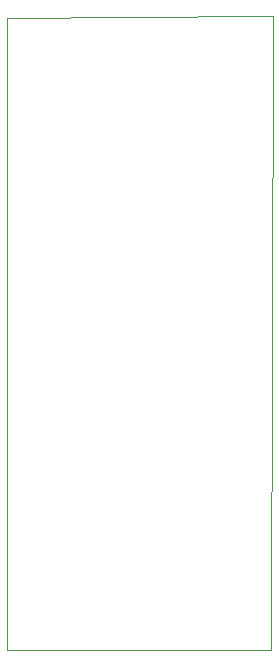
<source format=gbr>
%TF.GenerationSoftware,KiCad,Pcbnew,9.0.5*%
%TF.CreationDate,2025-11-27T10:56:10-06:00*%
%TF.ProjectId,devboard,64657662-6f61-4726-942e-6b696361645f,rev?*%
%TF.SameCoordinates,Original*%
%TF.FileFunction,Profile,NP*%
%FSLAX46Y46*%
G04 Gerber Fmt 4.6, Leading zero omitted, Abs format (unit mm)*
G04 Created by KiCad (PCBNEW 9.0.5) date 2025-11-27 10:56:10*
%MOMM*%
%LPD*%
G01*
G04 APERTURE LIST*
%TA.AperFunction,Profile*%
%ADD10C,0.050000*%
%TD*%
G04 APERTURE END LIST*
D10*
X111737945Y-72724884D02*
X133223712Y-72548937D01*
X133223712Y-72548937D02*
X134230299Y-72540871D01*
X111737945Y-126206250D02*
X133350000Y-126206250D01*
X134089864Y-126206250D02*
X134229291Y-72926065D01*
X134230299Y-72540871D02*
X134229291Y-72926065D01*
X133350000Y-126206250D02*
X134089864Y-126206250D01*
X111737945Y-72724884D02*
X111737945Y-126206250D01*
M02*

</source>
